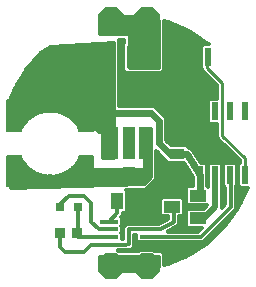
<source format=gtl>
G75*
%MOIN*%
%OFA0B0*%
%FSLAX25Y25*%
%IPPOS*%
%LPD*%
%AMOC8*
5,1,8,0,0,1.08239X$1,22.5*
%
%ADD10R,0.05118X0.03543*%
%ADD11R,0.02165X0.05906*%
%ADD12R,0.03937X0.05512*%
%ADD13R,0.02165X0.11024*%
%ADD14R,0.03937X0.11024*%
%ADD15OC8,0.08600*%
%ADD16C,0.00500*%
%ADD17C,0.00160*%
%ADD18R,0.05000X0.05000*%
%ADD19R,0.06299X0.07480*%
%ADD20R,0.03543X0.06299*%
%ADD21R,0.06299X0.01181*%
%ADD22R,0.03740X0.03740*%
%ADD23R,0.03150X0.03150*%
%ADD24R,0.05512X0.03937*%
%ADD25C,0.01000*%
%ADD26C,0.02400*%
%ADD27C,0.01200*%
%ADD28C,0.03762*%
%ADD29C,0.02778*%
%ADD30C,0.02000*%
D10*
X0140500Y0060510D03*
X0140500Y0067990D03*
D11*
X0148000Y0074880D03*
X0153000Y0074880D03*
X0158000Y0074880D03*
X0163000Y0074880D03*
X0150648Y0093000D03*
X0137852Y0093000D03*
X0148000Y0053620D03*
X0153000Y0053620D03*
X0158000Y0053620D03*
X0163000Y0053620D03*
D12*
X0127990Y0044919D03*
X0120510Y0044919D03*
X0124250Y0053581D03*
D13*
X0119821Y0064250D03*
X0128679Y0064250D03*
D14*
X0124250Y0064250D03*
D15*
X0118250Y0023250D03*
X0130250Y0023250D03*
X0130250Y0105250D03*
X0118250Y0105250D03*
D16*
X0083630Y0060116D02*
X0083630Y0049880D01*
X0112370Y0049880D01*
X0112370Y0060116D01*
X0107843Y0060116D01*
X0107521Y0058833D01*
X0106993Y0057621D01*
X0106273Y0056511D01*
X0105381Y0055534D01*
X0104341Y0054717D01*
X0103181Y0054082D01*
X0101932Y0053646D01*
X0100629Y0053420D01*
X0099306Y0053412D01*
X0098000Y0053620D01*
X0096701Y0053459D01*
X0095394Y0053503D01*
X0094109Y0053751D01*
X0092879Y0054197D01*
X0091733Y0054830D01*
X0090701Y0055634D01*
X0089808Y0056590D01*
X0089074Y0057674D01*
X0088520Y0058859D01*
X0088157Y0060116D01*
X0083630Y0060116D01*
X0083630Y0059629D02*
X0088298Y0059629D01*
X0088441Y0059131D02*
X0083630Y0059131D01*
X0083630Y0058632D02*
X0088626Y0058632D01*
X0088859Y0058134D02*
X0083630Y0058134D01*
X0083630Y0057635D02*
X0089100Y0057635D01*
X0089437Y0057137D02*
X0083630Y0057137D01*
X0083630Y0056638D02*
X0089775Y0056638D01*
X0090228Y0056140D02*
X0083630Y0056140D01*
X0083630Y0055641D02*
X0090694Y0055641D01*
X0091331Y0055143D02*
X0083630Y0055143D01*
X0083630Y0054644D02*
X0092069Y0054644D01*
X0093019Y0054146D02*
X0083630Y0054146D01*
X0083630Y0053647D02*
X0094645Y0053647D01*
X0101936Y0053647D02*
X0112370Y0053647D01*
X0112370Y0053149D02*
X0083630Y0053149D01*
X0083630Y0052650D02*
X0112370Y0052650D01*
X0112370Y0052152D02*
X0083630Y0052152D01*
X0083630Y0051653D02*
X0112370Y0051653D01*
X0112370Y0051155D02*
X0083630Y0051155D01*
X0083630Y0050656D02*
X0112370Y0050656D01*
X0112370Y0050158D02*
X0083630Y0050158D01*
X0103297Y0054146D02*
X0112370Y0054146D01*
X0112370Y0054644D02*
X0104207Y0054644D01*
X0104882Y0055143D02*
X0112370Y0055143D01*
X0112370Y0055641D02*
X0105478Y0055641D01*
X0105934Y0056140D02*
X0112370Y0056140D01*
X0112370Y0056638D02*
X0106356Y0056638D01*
X0106679Y0057137D02*
X0112370Y0057137D01*
X0112370Y0057635D02*
X0106999Y0057635D01*
X0107216Y0058134D02*
X0112370Y0058134D01*
X0112370Y0058632D02*
X0107433Y0058632D01*
X0107595Y0059131D02*
X0112370Y0059131D01*
X0112370Y0059629D02*
X0107720Y0059629D01*
X0107843Y0068384D02*
X0107480Y0069641D01*
X0106926Y0070826D01*
X0106192Y0071910D01*
X0105299Y0072866D01*
X0104267Y0073670D01*
X0103121Y0074303D01*
X0101891Y0074749D01*
X0100606Y0074997D01*
X0099299Y0075041D01*
X0098000Y0074880D01*
X0096694Y0075088D01*
X0095371Y0075080D01*
X0094068Y0074854D01*
X0092819Y0074418D01*
X0091659Y0073783D01*
X0090619Y0072966D01*
X0089727Y0071989D01*
X0089007Y0070879D01*
X0088479Y0069667D01*
X0088157Y0068384D01*
X0083630Y0068384D01*
X0083630Y0078620D01*
X0112370Y0078620D01*
X0112370Y0068384D01*
X0107843Y0068384D01*
X0107779Y0068603D02*
X0112370Y0068603D01*
X0112370Y0069101D02*
X0107636Y0069101D01*
X0107492Y0069600D02*
X0112370Y0069600D01*
X0112370Y0070098D02*
X0107266Y0070098D01*
X0107033Y0070597D02*
X0112370Y0070597D01*
X0112370Y0071095D02*
X0106744Y0071095D01*
X0106407Y0071594D02*
X0112370Y0071594D01*
X0112370Y0072092D02*
X0106022Y0072092D01*
X0105556Y0072591D02*
X0112370Y0072591D01*
X0112370Y0073089D02*
X0105012Y0073089D01*
X0104373Y0073588D02*
X0112370Y0073588D01*
X0112370Y0074086D02*
X0103514Y0074086D01*
X0102345Y0074585D02*
X0112370Y0074585D01*
X0112370Y0075083D02*
X0096726Y0075083D01*
X0095927Y0075083D02*
X0083630Y0075083D01*
X0083630Y0074585D02*
X0093297Y0074585D01*
X0092214Y0074086D02*
X0083630Y0074086D01*
X0083630Y0073588D02*
X0091411Y0073588D01*
X0090777Y0073089D02*
X0083630Y0073089D01*
X0083630Y0072591D02*
X0090277Y0072591D01*
X0089821Y0072092D02*
X0083630Y0072092D01*
X0083630Y0071594D02*
X0089471Y0071594D01*
X0089147Y0071095D02*
X0083630Y0071095D01*
X0083630Y0070597D02*
X0088884Y0070597D01*
X0088667Y0070098D02*
X0083630Y0070098D01*
X0083630Y0069600D02*
X0088463Y0069600D01*
X0088337Y0069101D02*
X0083630Y0069101D01*
X0083630Y0068603D02*
X0088212Y0068603D01*
X0083630Y0075582D02*
X0112370Y0075582D01*
X0112370Y0076080D02*
X0083630Y0076080D01*
X0083630Y0076579D02*
X0112370Y0076579D01*
X0112370Y0077077D02*
X0083630Y0077077D01*
X0083630Y0077576D02*
X0112370Y0077576D01*
X0112370Y0078074D02*
X0083630Y0078074D01*
X0083630Y0078573D02*
X0112370Y0078573D01*
D17*
X0086896Y0059607D02*
X0088223Y0060165D01*
X0088328Y0059927D01*
X0088440Y0059692D01*
X0088556Y0059460D01*
X0088679Y0059231D01*
X0088807Y0059005D01*
X0088941Y0058782D01*
X0089080Y0058562D01*
X0089224Y0058346D01*
X0089374Y0058133D01*
X0089528Y0057924D01*
X0089688Y0057719D01*
X0089853Y0057518D01*
X0090022Y0057321D01*
X0090196Y0057128D01*
X0090375Y0056940D01*
X0090559Y0056756D01*
X0090747Y0056576D01*
X0090939Y0056401D01*
X0091136Y0056231D01*
X0091336Y0056066D01*
X0091541Y0055905D01*
X0091749Y0055750D01*
X0091961Y0055600D01*
X0092177Y0055454D01*
X0092396Y0055315D01*
X0092618Y0055180D01*
X0092844Y0055052D01*
X0093073Y0054928D01*
X0093305Y0054810D01*
X0093539Y0054698D01*
X0093776Y0054592D01*
X0094016Y0054492D01*
X0094258Y0054397D01*
X0094503Y0054308D01*
X0094749Y0054226D01*
X0094997Y0054149D01*
X0095248Y0054079D01*
X0095499Y0054014D01*
X0095753Y0053956D01*
X0096007Y0053904D01*
X0096263Y0053858D01*
X0096520Y0053818D01*
X0096778Y0053785D01*
X0097037Y0053758D01*
X0097296Y0053737D01*
X0097555Y0053723D01*
X0097815Y0053715D01*
X0098075Y0053713D01*
X0098335Y0053718D01*
X0098594Y0053729D01*
X0098854Y0053746D01*
X0099113Y0053770D01*
X0099371Y0053800D01*
X0099628Y0053836D01*
X0099885Y0053878D01*
X0100140Y0053927D01*
X0100394Y0053982D01*
X0100647Y0054043D01*
X0100898Y0054110D01*
X0101147Y0054184D01*
X0101395Y0054263D01*
X0101640Y0054349D01*
X0101883Y0054440D01*
X0102125Y0054537D01*
X0102363Y0054640D01*
X0102599Y0054749D01*
X0102832Y0054864D01*
X0103063Y0054984D01*
X0103290Y0055110D01*
X0103514Y0055242D01*
X0103735Y0055378D01*
X0103953Y0055521D01*
X0104167Y0055668D01*
X0104377Y0055821D01*
X0104584Y0055978D01*
X0104787Y0056141D01*
X0104985Y0056309D01*
X0105180Y0056481D01*
X0105370Y0056658D01*
X0105556Y0056840D01*
X0105738Y0057026D01*
X0105914Y0057217D01*
X0106087Y0057411D01*
X0106254Y0057610D01*
X0106416Y0057813D01*
X0106574Y0058020D01*
X0106726Y0058231D01*
X0106873Y0058445D01*
X0107015Y0058663D01*
X0107151Y0058884D01*
X0107283Y0059108D01*
X0107408Y0059336D01*
X0107528Y0059567D01*
X0107642Y0059800D01*
X0107751Y0060036D01*
X0107854Y0060275D01*
X0109187Y0059732D01*
X0109071Y0059460D01*
X0108948Y0059192D01*
X0108818Y0058927D01*
X0108682Y0058665D01*
X0108540Y0058406D01*
X0108391Y0058151D01*
X0108236Y0057899D01*
X0108075Y0057652D01*
X0107908Y0057408D01*
X0107735Y0057169D01*
X0107557Y0056934D01*
X0107372Y0056703D01*
X0107182Y0056477D01*
X0106987Y0056256D01*
X0106786Y0056039D01*
X0106580Y0055828D01*
X0106369Y0055621D01*
X0106153Y0055420D01*
X0105932Y0055224D01*
X0105707Y0055033D01*
X0105477Y0054848D01*
X0105242Y0054669D01*
X0105003Y0054496D01*
X0104760Y0054328D01*
X0104513Y0054166D01*
X0104262Y0054011D01*
X0104007Y0053861D01*
X0103749Y0053718D01*
X0103487Y0053581D01*
X0103222Y0053451D01*
X0102954Y0053327D01*
X0102683Y0053210D01*
X0102409Y0053099D01*
X0102133Y0052995D01*
X0101854Y0052898D01*
X0101573Y0052808D01*
X0101290Y0052725D01*
X0101005Y0052648D01*
X0100718Y0052579D01*
X0100429Y0052516D01*
X0100139Y0052461D01*
X0099848Y0052413D01*
X0099555Y0052371D01*
X0099262Y0052337D01*
X0098968Y0052311D01*
X0098673Y0052291D01*
X0098378Y0052278D01*
X0098083Y0052273D01*
X0097788Y0052275D01*
X0097493Y0052284D01*
X0097198Y0052301D01*
X0096903Y0052324D01*
X0096610Y0052355D01*
X0096317Y0052393D01*
X0096025Y0052438D01*
X0095734Y0052490D01*
X0095445Y0052549D01*
X0095157Y0052615D01*
X0094871Y0052689D01*
X0094587Y0052769D01*
X0094305Y0052856D01*
X0094025Y0052950D01*
X0093748Y0053051D01*
X0093473Y0053158D01*
X0093200Y0053272D01*
X0092931Y0053393D01*
X0092664Y0053521D01*
X0092401Y0053654D01*
X0092141Y0053795D01*
X0091885Y0053941D01*
X0091632Y0054094D01*
X0091383Y0054253D01*
X0091138Y0054418D01*
X0090898Y0054588D01*
X0090661Y0054765D01*
X0090429Y0054947D01*
X0090201Y0055135D01*
X0089978Y0055329D01*
X0089760Y0055528D01*
X0089546Y0055732D01*
X0089338Y0055941D01*
X0089135Y0056155D01*
X0088937Y0056375D01*
X0088745Y0056599D01*
X0088558Y0056827D01*
X0088376Y0057060D01*
X0088201Y0057298D01*
X0088031Y0057539D01*
X0087867Y0057785D01*
X0087710Y0058035D01*
X0087558Y0058288D01*
X0087413Y0058545D01*
X0087274Y0058806D01*
X0087141Y0059069D01*
X0087015Y0059336D01*
X0086895Y0059606D01*
X0087035Y0059665D01*
X0087153Y0059398D01*
X0087277Y0059135D01*
X0087408Y0058874D01*
X0087546Y0058617D01*
X0087689Y0058363D01*
X0087839Y0058113D01*
X0087994Y0057866D01*
X0088156Y0057624D01*
X0088324Y0057385D01*
X0088497Y0057151D01*
X0088676Y0056921D01*
X0088861Y0056695D01*
X0089051Y0056474D01*
X0089246Y0056257D01*
X0089447Y0056046D01*
X0089652Y0055839D01*
X0089863Y0055638D01*
X0090079Y0055441D01*
X0090299Y0055250D01*
X0090524Y0055065D01*
X0090753Y0054885D01*
X0090987Y0054710D01*
X0091225Y0054542D01*
X0091467Y0054379D01*
X0091712Y0054222D01*
X0091962Y0054071D01*
X0092215Y0053926D01*
X0092472Y0053788D01*
X0092732Y0053656D01*
X0092995Y0053530D01*
X0093261Y0053411D01*
X0093530Y0053298D01*
X0093801Y0053192D01*
X0094075Y0053092D01*
X0094352Y0053000D01*
X0094630Y0052914D01*
X0094911Y0052834D01*
X0095193Y0052762D01*
X0095477Y0052697D01*
X0095763Y0052638D01*
X0096050Y0052587D01*
X0096338Y0052542D01*
X0096627Y0052505D01*
X0096917Y0052475D01*
X0097208Y0052451D01*
X0097499Y0052435D01*
X0097791Y0052426D01*
X0098082Y0052424D01*
X0098374Y0052429D01*
X0098665Y0052442D01*
X0098956Y0052461D01*
X0099246Y0052488D01*
X0099536Y0052521D01*
X0099825Y0052562D01*
X0100112Y0052610D01*
X0100399Y0052664D01*
X0100684Y0052726D01*
X0100967Y0052794D01*
X0101249Y0052870D01*
X0101528Y0052952D01*
X0101806Y0053041D01*
X0102081Y0053137D01*
X0102354Y0053240D01*
X0102625Y0053349D01*
X0102892Y0053465D01*
X0103157Y0053587D01*
X0103418Y0053716D01*
X0103677Y0053851D01*
X0103932Y0053992D01*
X0104183Y0054140D01*
X0104431Y0054293D01*
X0104675Y0054453D01*
X0104915Y0054618D01*
X0105151Y0054790D01*
X0105383Y0054967D01*
X0105610Y0055149D01*
X0105833Y0055338D01*
X0106051Y0055531D01*
X0106264Y0055730D01*
X0106473Y0055934D01*
X0106676Y0056143D01*
X0106874Y0056356D01*
X0107067Y0056575D01*
X0107255Y0056798D01*
X0107437Y0057026D01*
X0107613Y0057258D01*
X0107784Y0057495D01*
X0107949Y0057735D01*
X0108108Y0057979D01*
X0108261Y0058228D01*
X0108408Y0058480D01*
X0108548Y0058735D01*
X0108683Y0058994D01*
X0108811Y0059256D01*
X0108932Y0059521D01*
X0109048Y0059789D01*
X0108908Y0059846D01*
X0108794Y0059581D01*
X0108674Y0059319D01*
X0108548Y0059061D01*
X0108415Y0058805D01*
X0108276Y0058553D01*
X0108131Y0058305D01*
X0107980Y0058060D01*
X0107823Y0057818D01*
X0107660Y0057581D01*
X0107492Y0057347D01*
X0107317Y0057118D01*
X0107138Y0056893D01*
X0106952Y0056673D01*
X0106762Y0056457D01*
X0106566Y0056246D01*
X0106365Y0056040D01*
X0106160Y0055839D01*
X0105949Y0055642D01*
X0105734Y0055451D01*
X0105514Y0055266D01*
X0105289Y0055085D01*
X0105061Y0054911D01*
X0104828Y0054741D01*
X0104591Y0054578D01*
X0104350Y0054420D01*
X0104105Y0054269D01*
X0103857Y0054123D01*
X0103605Y0053984D01*
X0103350Y0053850D01*
X0103092Y0053723D01*
X0102830Y0053603D01*
X0102566Y0053488D01*
X0102299Y0053381D01*
X0102030Y0053279D01*
X0101758Y0053185D01*
X0101484Y0053097D01*
X0101208Y0053015D01*
X0100929Y0052941D01*
X0100650Y0052873D01*
X0100368Y0052812D01*
X0100086Y0052758D01*
X0099802Y0052711D01*
X0099517Y0052671D01*
X0099231Y0052638D01*
X0098944Y0052612D01*
X0098657Y0052592D01*
X0098369Y0052580D01*
X0098081Y0052575D01*
X0097793Y0052577D01*
X0097506Y0052586D01*
X0097218Y0052602D01*
X0096931Y0052625D01*
X0096645Y0052655D01*
X0096360Y0052692D01*
X0096075Y0052736D01*
X0095792Y0052786D01*
X0095510Y0052844D01*
X0095229Y0052909D01*
X0094950Y0052980D01*
X0094673Y0053058D01*
X0094398Y0053143D01*
X0094125Y0053235D01*
X0093855Y0053333D01*
X0093587Y0053438D01*
X0093321Y0053549D01*
X0093058Y0053667D01*
X0092799Y0053791D01*
X0092542Y0053922D01*
X0092289Y0054058D01*
X0092039Y0054201D01*
X0091792Y0054350D01*
X0091550Y0054505D01*
X0091311Y0054665D01*
X0091076Y0054832D01*
X0090845Y0055004D01*
X0090619Y0055182D01*
X0090397Y0055365D01*
X0090179Y0055554D01*
X0089967Y0055748D01*
X0089759Y0055947D01*
X0089556Y0056151D01*
X0089357Y0056359D01*
X0089165Y0056573D01*
X0088977Y0056791D01*
X0088795Y0057014D01*
X0088618Y0057241D01*
X0088447Y0057473D01*
X0088281Y0057708D01*
X0088122Y0057948D01*
X0087968Y0058191D01*
X0087820Y0058438D01*
X0087678Y0058689D01*
X0087543Y0058943D01*
X0087413Y0059200D01*
X0087290Y0059460D01*
X0087174Y0059723D01*
X0087313Y0059782D01*
X0087428Y0059522D01*
X0087550Y0059265D01*
X0087677Y0059011D01*
X0087811Y0058761D01*
X0087951Y0058513D01*
X0088097Y0058270D01*
X0088249Y0058029D01*
X0088406Y0057793D01*
X0088570Y0057560D01*
X0088739Y0057332D01*
X0088913Y0057108D01*
X0089093Y0056888D01*
X0089278Y0056672D01*
X0089469Y0056461D01*
X0089664Y0056255D01*
X0089865Y0056054D01*
X0090070Y0055858D01*
X0090280Y0055666D01*
X0090495Y0055480D01*
X0090714Y0055299D01*
X0090938Y0055124D01*
X0091165Y0054954D01*
X0091397Y0054789D01*
X0091633Y0054631D01*
X0091873Y0054478D01*
X0092116Y0054331D01*
X0092362Y0054190D01*
X0092613Y0054055D01*
X0092866Y0053926D01*
X0093122Y0053804D01*
X0093382Y0053688D01*
X0093644Y0053578D01*
X0093908Y0053474D01*
X0094175Y0053377D01*
X0094445Y0053287D01*
X0094716Y0053203D01*
X0094990Y0053126D01*
X0095265Y0053055D01*
X0095542Y0052992D01*
X0095820Y0052935D01*
X0096100Y0052885D01*
X0096381Y0052841D01*
X0096663Y0052805D01*
X0096945Y0052775D01*
X0097229Y0052753D01*
X0097512Y0052737D01*
X0097796Y0052728D01*
X0098080Y0052726D01*
X0098365Y0052731D01*
X0098648Y0052743D01*
X0098932Y0052762D01*
X0099215Y0052788D01*
X0099497Y0052821D01*
X0099779Y0052860D01*
X0100059Y0052907D01*
X0100338Y0052960D01*
X0100616Y0053020D01*
X0100892Y0053087D01*
X0101166Y0053161D01*
X0101439Y0053241D01*
X0101710Y0053328D01*
X0101978Y0053421D01*
X0102244Y0053521D01*
X0102507Y0053628D01*
X0102768Y0053740D01*
X0103026Y0053859D01*
X0103281Y0053985D01*
X0103533Y0054116D01*
X0103782Y0054254D01*
X0104027Y0054398D01*
X0104268Y0054548D01*
X0104506Y0054703D01*
X0104740Y0054864D01*
X0104970Y0055031D01*
X0105196Y0055204D01*
X0105417Y0055382D01*
X0105634Y0055565D01*
X0105847Y0055754D01*
X0106055Y0055947D01*
X0106258Y0056146D01*
X0106456Y0056350D01*
X0106650Y0056558D01*
X0106838Y0056771D01*
X0107020Y0056989D01*
X0107198Y0057210D01*
X0107370Y0057437D01*
X0107536Y0057667D01*
X0107697Y0057901D01*
X0107852Y0058140D01*
X0108001Y0058381D01*
X0108144Y0058627D01*
X0108281Y0058876D01*
X0108412Y0059128D01*
X0108537Y0059383D01*
X0108656Y0059641D01*
X0108768Y0059903D01*
X0108628Y0059960D01*
X0108517Y0059702D01*
X0108400Y0059447D01*
X0108277Y0059195D01*
X0108148Y0058946D01*
X0108012Y0058701D01*
X0107871Y0058458D01*
X0107724Y0058220D01*
X0107571Y0057985D01*
X0107412Y0057753D01*
X0107248Y0057526D01*
X0107078Y0057303D01*
X0106903Y0057084D01*
X0106723Y0056869D01*
X0106537Y0056659D01*
X0106346Y0056453D01*
X0106151Y0056252D01*
X0105950Y0056056D01*
X0105745Y0055865D01*
X0105535Y0055679D01*
X0105321Y0055498D01*
X0105102Y0055322D01*
X0104879Y0055152D01*
X0104652Y0054987D01*
X0104421Y0054828D01*
X0104187Y0054675D01*
X0103948Y0054527D01*
X0103706Y0054385D01*
X0103461Y0054249D01*
X0103212Y0054119D01*
X0102961Y0053996D01*
X0102706Y0053878D01*
X0102449Y0053767D01*
X0102189Y0053662D01*
X0101926Y0053563D01*
X0101661Y0053471D01*
X0101394Y0053385D01*
X0101125Y0053306D01*
X0100854Y0053233D01*
X0100582Y0053167D01*
X0100308Y0053108D01*
X0100032Y0053055D01*
X0099756Y0053010D01*
X0099478Y0052970D01*
X0099199Y0052938D01*
X0098920Y0052913D01*
X0098640Y0052894D01*
X0098360Y0052882D01*
X0098080Y0052877D01*
X0097799Y0052879D01*
X0097519Y0052888D01*
X0097239Y0052903D01*
X0096959Y0052926D01*
X0096680Y0052955D01*
X0096402Y0052991D01*
X0096125Y0053033D01*
X0095849Y0053083D01*
X0095574Y0053139D01*
X0095301Y0053202D01*
X0095029Y0053272D01*
X0094759Y0053348D01*
X0094491Y0053431D01*
X0094225Y0053520D01*
X0093962Y0053615D01*
X0093701Y0053718D01*
X0093442Y0053826D01*
X0093186Y0053941D01*
X0092933Y0054062D01*
X0092683Y0054189D01*
X0092436Y0054322D01*
X0092193Y0054461D01*
X0091953Y0054606D01*
X0091716Y0054757D01*
X0091483Y0054913D01*
X0091255Y0055076D01*
X0091030Y0055243D01*
X0090809Y0055416D01*
X0090593Y0055595D01*
X0090381Y0055779D01*
X0090174Y0055967D01*
X0089971Y0056161D01*
X0089773Y0056360D01*
X0089580Y0056563D01*
X0089392Y0056772D01*
X0089209Y0056984D01*
X0089032Y0057201D01*
X0088859Y0057423D01*
X0088693Y0057648D01*
X0088531Y0057878D01*
X0088376Y0058111D01*
X0088226Y0058348D01*
X0088082Y0058589D01*
X0087944Y0058833D01*
X0087812Y0059080D01*
X0087686Y0059331D01*
X0087566Y0059584D01*
X0087452Y0059841D01*
X0087591Y0059899D01*
X0087704Y0059646D01*
X0087822Y0059396D01*
X0087946Y0059149D01*
X0088077Y0058905D01*
X0088213Y0058664D01*
X0088355Y0058426D01*
X0088503Y0058192D01*
X0088657Y0057962D01*
X0088816Y0057736D01*
X0088980Y0057513D01*
X0089150Y0057295D01*
X0089326Y0057081D01*
X0089506Y0056871D01*
X0089691Y0056665D01*
X0089882Y0056465D01*
X0090077Y0056269D01*
X0090277Y0056077D01*
X0090482Y0055891D01*
X0090691Y0055710D01*
X0090904Y0055534D01*
X0091122Y0055363D01*
X0091344Y0055197D01*
X0091570Y0055037D01*
X0091799Y0054883D01*
X0092033Y0054734D01*
X0092270Y0054591D01*
X0092510Y0054454D01*
X0092753Y0054322D01*
X0093000Y0054197D01*
X0093250Y0054078D01*
X0093502Y0053964D01*
X0093758Y0053857D01*
X0094015Y0053757D01*
X0094275Y0053662D01*
X0094538Y0053574D01*
X0094802Y0053493D01*
X0095069Y0053417D01*
X0095337Y0053349D01*
X0095606Y0053287D01*
X0095878Y0053231D01*
X0096150Y0053182D01*
X0096423Y0053140D01*
X0096698Y0053105D01*
X0096973Y0053076D01*
X0097249Y0053054D01*
X0097525Y0053039D01*
X0097802Y0053030D01*
X0098079Y0053028D01*
X0098355Y0053033D01*
X0098632Y0053045D01*
X0098908Y0053063D01*
X0099184Y0053088D01*
X0099459Y0053120D01*
X0099733Y0053159D01*
X0100006Y0053204D01*
X0100277Y0053256D01*
X0100548Y0053314D01*
X0100817Y0053380D01*
X0101084Y0053451D01*
X0101350Y0053529D01*
X0101613Y0053614D01*
X0101875Y0053705D01*
X0102134Y0053802D01*
X0102390Y0053906D01*
X0102644Y0054016D01*
X0102895Y0054132D01*
X0103144Y0054254D01*
X0103389Y0054382D01*
X0103631Y0054516D01*
X0103870Y0054656D01*
X0104105Y0054802D01*
X0104337Y0054953D01*
X0104565Y0055110D01*
X0104789Y0055273D01*
X0105009Y0055441D01*
X0105224Y0055614D01*
X0105436Y0055793D01*
X0105643Y0055976D01*
X0105845Y0056165D01*
X0106043Y0056358D01*
X0106236Y0056557D01*
X0106425Y0056759D01*
X0106608Y0056967D01*
X0106786Y0057179D01*
X0106959Y0057395D01*
X0107126Y0057615D01*
X0107288Y0057840D01*
X0107445Y0058068D01*
X0107596Y0058300D01*
X0107741Y0058535D01*
X0107881Y0058774D01*
X0108014Y0059017D01*
X0108142Y0059262D01*
X0108263Y0059511D01*
X0108379Y0059762D01*
X0108488Y0060016D01*
X0108348Y0060073D01*
X0108240Y0059823D01*
X0108126Y0059575D01*
X0108006Y0059329D01*
X0107881Y0059087D01*
X0107749Y0058848D01*
X0107611Y0058612D01*
X0107468Y0058380D01*
X0107319Y0058151D01*
X0107164Y0057926D01*
X0107004Y0057704D01*
X0106839Y0057487D01*
X0106669Y0057274D01*
X0106493Y0057065D01*
X0106312Y0056860D01*
X0106126Y0056660D01*
X0105936Y0056464D01*
X0105741Y0056274D01*
X0105541Y0056088D01*
X0105337Y0055906D01*
X0105128Y0055730D01*
X0104915Y0055559D01*
X0104698Y0055394D01*
X0104477Y0055233D01*
X0104252Y0055078D01*
X0104024Y0054929D01*
X0103792Y0054785D01*
X0103556Y0054647D01*
X0103317Y0054515D01*
X0103075Y0054388D01*
X0102830Y0054268D01*
X0102582Y0054153D01*
X0102332Y0054045D01*
X0102078Y0053943D01*
X0101823Y0053847D01*
X0101565Y0053757D01*
X0101305Y0053674D01*
X0101043Y0053596D01*
X0100779Y0053526D01*
X0100514Y0053462D01*
X0100247Y0053404D01*
X0099979Y0053353D01*
X0099710Y0053308D01*
X0099439Y0053270D01*
X0099168Y0053239D01*
X0098896Y0053214D01*
X0098624Y0053196D01*
X0098351Y0053184D01*
X0098078Y0053179D01*
X0097805Y0053181D01*
X0097532Y0053189D01*
X0097259Y0053205D01*
X0096987Y0053226D01*
X0096716Y0053255D01*
X0096445Y0053290D01*
X0096175Y0053331D01*
X0095906Y0053379D01*
X0095639Y0053434D01*
X0095373Y0053495D01*
X0095108Y0053563D01*
X0094845Y0053637D01*
X0094584Y0053718D01*
X0094326Y0053805D01*
X0094069Y0053898D01*
X0093815Y0053997D01*
X0093563Y0054103D01*
X0093314Y0054214D01*
X0093067Y0054332D01*
X0092824Y0054456D01*
X0092584Y0054585D01*
X0092346Y0054721D01*
X0092113Y0054862D01*
X0091883Y0055009D01*
X0091656Y0055161D01*
X0091433Y0055319D01*
X0091214Y0055482D01*
X0091000Y0055651D01*
X0090789Y0055825D01*
X0090583Y0056003D01*
X0090381Y0056187D01*
X0090183Y0056376D01*
X0089991Y0056569D01*
X0089803Y0056768D01*
X0089620Y0056970D01*
X0089442Y0057177D01*
X0089269Y0057388D01*
X0089101Y0057604D01*
X0088939Y0057823D01*
X0088782Y0058047D01*
X0088630Y0058274D01*
X0088484Y0058505D01*
X0088344Y0058739D01*
X0088209Y0058977D01*
X0088081Y0059217D01*
X0087958Y0059461D01*
X0087841Y0059708D01*
X0087731Y0059958D01*
X0087870Y0060016D01*
X0087979Y0059770D01*
X0088094Y0059527D01*
X0088215Y0059286D01*
X0088342Y0059048D01*
X0088475Y0058814D01*
X0088613Y0058583D01*
X0088757Y0058355D01*
X0088907Y0058131D01*
X0089062Y0057911D01*
X0089222Y0057694D01*
X0089387Y0057482D01*
X0089558Y0057274D01*
X0089734Y0057069D01*
X0089914Y0056870D01*
X0090099Y0056674D01*
X0090290Y0056483D01*
X0090484Y0056297D01*
X0090683Y0056116D01*
X0090887Y0055940D01*
X0091095Y0055768D01*
X0091307Y0055602D01*
X0091523Y0055441D01*
X0091742Y0055285D01*
X0091966Y0055135D01*
X0092193Y0054990D01*
X0092423Y0054851D01*
X0092657Y0054717D01*
X0092894Y0054589D01*
X0093134Y0054467D01*
X0093377Y0054351D01*
X0093623Y0054241D01*
X0093872Y0054137D01*
X0094122Y0054039D01*
X0094376Y0053947D01*
X0094631Y0053861D01*
X0094888Y0053782D01*
X0095148Y0053709D01*
X0095408Y0053642D01*
X0095671Y0053582D01*
X0095935Y0053528D01*
X0096200Y0053480D01*
X0096466Y0053439D01*
X0096733Y0053405D01*
X0097001Y0053377D01*
X0097270Y0053355D01*
X0097538Y0053340D01*
X0097808Y0053332D01*
X0098077Y0053330D01*
X0098346Y0053335D01*
X0098615Y0053346D01*
X0098884Y0053364D01*
X0099152Y0053389D01*
X0099420Y0053420D01*
X0099687Y0053457D01*
X0099952Y0053501D01*
X0100217Y0053552D01*
X0100480Y0053609D01*
X0100742Y0053672D01*
X0101002Y0053742D01*
X0101260Y0053818D01*
X0101517Y0053900D01*
X0101771Y0053989D01*
X0102023Y0054083D01*
X0102273Y0054184D01*
X0102520Y0054291D01*
X0102765Y0054404D01*
X0103007Y0054523D01*
X0103245Y0054648D01*
X0103481Y0054778D01*
X0103713Y0054914D01*
X0103942Y0055056D01*
X0104168Y0055203D01*
X0104389Y0055356D01*
X0104607Y0055514D01*
X0104821Y0055678D01*
X0105031Y0055846D01*
X0105237Y0056020D01*
X0105439Y0056199D01*
X0105636Y0056382D01*
X0105829Y0056571D01*
X0106016Y0056764D01*
X0106200Y0056961D01*
X0106378Y0057163D01*
X0106551Y0057369D01*
X0106720Y0057579D01*
X0106883Y0057794D01*
X0107040Y0058012D01*
X0107193Y0058234D01*
X0107340Y0058460D01*
X0107481Y0058689D01*
X0107617Y0058922D01*
X0107747Y0059157D01*
X0107871Y0059396D01*
X0107990Y0059638D01*
X0108102Y0059883D01*
X0108209Y0060130D01*
X0108069Y0060187D01*
X0107964Y0059943D01*
X0107853Y0059702D01*
X0107736Y0059464D01*
X0107613Y0059228D01*
X0107485Y0058995D01*
X0107351Y0058766D01*
X0107212Y0058540D01*
X0107067Y0058317D01*
X0106916Y0058098D01*
X0106761Y0057883D01*
X0106600Y0057672D01*
X0106434Y0057464D01*
X0106263Y0057261D01*
X0106087Y0057062D01*
X0105907Y0056867D01*
X0105721Y0056677D01*
X0105531Y0056491D01*
X0105337Y0056310D01*
X0105138Y0056134D01*
X0104935Y0055963D01*
X0104728Y0055796D01*
X0104517Y0055635D01*
X0104302Y0055479D01*
X0104083Y0055328D01*
X0103861Y0055183D01*
X0103635Y0055043D01*
X0103406Y0054909D01*
X0103173Y0054780D01*
X0102938Y0054657D01*
X0102699Y0054540D01*
X0102458Y0054429D01*
X0102215Y0054323D01*
X0101968Y0054224D01*
X0101720Y0054131D01*
X0101469Y0054043D01*
X0101216Y0053962D01*
X0100961Y0053887D01*
X0100704Y0053818D01*
X0100446Y0053756D01*
X0100187Y0053700D01*
X0099926Y0053650D01*
X0099664Y0053607D01*
X0099401Y0053570D01*
X0099137Y0053539D01*
X0098872Y0053515D01*
X0098607Y0053497D01*
X0098342Y0053486D01*
X0098076Y0053481D01*
X0097811Y0053483D01*
X0097545Y0053491D01*
X0097280Y0053506D01*
X0097015Y0053527D01*
X0096751Y0053555D01*
X0096487Y0053589D01*
X0096225Y0053629D01*
X0095963Y0053676D01*
X0095703Y0053729D01*
X0095444Y0053789D01*
X0095187Y0053855D01*
X0094931Y0053927D01*
X0094678Y0054005D01*
X0094426Y0054090D01*
X0094176Y0054180D01*
X0093929Y0054277D01*
X0093684Y0054380D01*
X0093441Y0054488D01*
X0093202Y0054603D01*
X0092965Y0054723D01*
X0092731Y0054849D01*
X0092500Y0054981D01*
X0092273Y0055118D01*
X0092049Y0055261D01*
X0091829Y0055409D01*
X0091612Y0055563D01*
X0091399Y0055721D01*
X0091190Y0055885D01*
X0090985Y0056054D01*
X0090784Y0056228D01*
X0090588Y0056407D01*
X0090396Y0056591D01*
X0090208Y0056779D01*
X0090025Y0056972D01*
X0089847Y0057169D01*
X0089674Y0057370D01*
X0089506Y0057576D01*
X0089343Y0057785D01*
X0089185Y0057999D01*
X0089032Y0058216D01*
X0088884Y0058437D01*
X0088742Y0058661D01*
X0088606Y0058889D01*
X0088475Y0059120D01*
X0088350Y0059355D01*
X0088230Y0059592D01*
X0088117Y0059832D01*
X0088009Y0060075D01*
X0088148Y0060133D01*
X0088254Y0059894D01*
X0088366Y0059657D01*
X0088484Y0059423D01*
X0088608Y0059192D01*
X0088737Y0058964D01*
X0088871Y0058740D01*
X0089012Y0058518D01*
X0089157Y0058300D01*
X0089308Y0058086D01*
X0089463Y0057876D01*
X0089624Y0057669D01*
X0089790Y0057466D01*
X0089961Y0057268D01*
X0090137Y0057074D01*
X0090317Y0056884D01*
X0090502Y0056698D01*
X0090691Y0056517D01*
X0090885Y0056341D01*
X0091083Y0056169D01*
X0091285Y0056003D01*
X0091491Y0055841D01*
X0091701Y0055684D01*
X0091915Y0055533D01*
X0092132Y0055387D01*
X0092353Y0055246D01*
X0092577Y0055111D01*
X0092805Y0054981D01*
X0093035Y0054857D01*
X0093269Y0054738D01*
X0093505Y0054625D01*
X0093744Y0054518D01*
X0093986Y0054417D01*
X0094230Y0054321D01*
X0094476Y0054232D01*
X0094724Y0054149D01*
X0094974Y0054071D01*
X0095226Y0054000D01*
X0095480Y0053935D01*
X0095735Y0053877D01*
X0095992Y0053824D01*
X0096250Y0053778D01*
X0096509Y0053738D01*
X0096769Y0053705D01*
X0097029Y0053677D01*
X0097290Y0053656D01*
X0097552Y0053642D01*
X0097813Y0053634D01*
X0098075Y0053632D01*
X0098337Y0053637D01*
X0098599Y0053648D01*
X0098860Y0053665D01*
X0099121Y0053689D01*
X0099381Y0053719D01*
X0099641Y0053756D01*
X0099899Y0053799D01*
X0100156Y0053848D01*
X0100412Y0053903D01*
X0100667Y0053965D01*
X0100920Y0054032D01*
X0101171Y0054106D01*
X0101421Y0054186D01*
X0101668Y0054272D01*
X0101913Y0054365D01*
X0102156Y0054463D01*
X0102396Y0054567D01*
X0102634Y0054676D01*
X0102869Y0054792D01*
X0103101Y0054913D01*
X0103331Y0055040D01*
X0103556Y0055172D01*
X0103779Y0055310D01*
X0103998Y0055454D01*
X0104214Y0055602D01*
X0104426Y0055756D01*
X0104634Y0055915D01*
X0104839Y0056079D01*
X0105039Y0056248D01*
X0105235Y0056421D01*
X0105426Y0056600D01*
X0105614Y0056783D01*
X0105797Y0056971D01*
X0105975Y0057163D01*
X0106148Y0057359D01*
X0106317Y0057559D01*
X0106480Y0057764D01*
X0106639Y0057972D01*
X0106792Y0058184D01*
X0106941Y0058400D01*
X0107084Y0058620D01*
X0107221Y0058843D01*
X0107353Y0059069D01*
X0107480Y0059298D01*
X0107601Y0059531D01*
X0107716Y0059766D01*
X0107825Y0060004D01*
X0107929Y0060244D01*
X0109104Y0068893D02*
X0107777Y0068335D01*
X0107672Y0068573D01*
X0107560Y0068808D01*
X0107444Y0069040D01*
X0107321Y0069269D01*
X0107193Y0069495D01*
X0107059Y0069718D01*
X0106920Y0069938D01*
X0106776Y0070154D01*
X0106626Y0070367D01*
X0106472Y0070576D01*
X0106312Y0070781D01*
X0106147Y0070982D01*
X0105978Y0071179D01*
X0105804Y0071372D01*
X0105625Y0071560D01*
X0105441Y0071744D01*
X0105253Y0071924D01*
X0105061Y0072099D01*
X0104864Y0072269D01*
X0104664Y0072434D01*
X0104459Y0072595D01*
X0104251Y0072750D01*
X0104039Y0072900D01*
X0103823Y0073046D01*
X0103604Y0073185D01*
X0103382Y0073320D01*
X0103156Y0073448D01*
X0102927Y0073572D01*
X0102695Y0073690D01*
X0102461Y0073802D01*
X0102224Y0073908D01*
X0101984Y0074008D01*
X0101742Y0074103D01*
X0101497Y0074192D01*
X0101251Y0074274D01*
X0101003Y0074351D01*
X0100752Y0074421D01*
X0100501Y0074486D01*
X0100247Y0074544D01*
X0099993Y0074596D01*
X0099737Y0074642D01*
X0099480Y0074682D01*
X0099222Y0074715D01*
X0098963Y0074742D01*
X0098704Y0074763D01*
X0098445Y0074777D01*
X0098185Y0074785D01*
X0097925Y0074787D01*
X0097665Y0074782D01*
X0097406Y0074771D01*
X0097146Y0074754D01*
X0096887Y0074730D01*
X0096629Y0074700D01*
X0096372Y0074664D01*
X0096115Y0074622D01*
X0095860Y0074573D01*
X0095606Y0074518D01*
X0095353Y0074457D01*
X0095102Y0074390D01*
X0094853Y0074316D01*
X0094605Y0074237D01*
X0094360Y0074151D01*
X0094117Y0074060D01*
X0093875Y0073963D01*
X0093637Y0073860D01*
X0093401Y0073751D01*
X0093168Y0073636D01*
X0092937Y0073516D01*
X0092710Y0073390D01*
X0092486Y0073258D01*
X0092265Y0073122D01*
X0092047Y0072979D01*
X0091833Y0072832D01*
X0091623Y0072679D01*
X0091416Y0072522D01*
X0091213Y0072359D01*
X0091015Y0072191D01*
X0090820Y0072019D01*
X0090630Y0071842D01*
X0090444Y0071660D01*
X0090262Y0071474D01*
X0090086Y0071283D01*
X0089913Y0071089D01*
X0089746Y0070890D01*
X0089584Y0070687D01*
X0089426Y0070480D01*
X0089274Y0070269D01*
X0089127Y0070055D01*
X0088985Y0069837D01*
X0088849Y0069616D01*
X0088717Y0069392D01*
X0088592Y0069164D01*
X0088472Y0068933D01*
X0088358Y0068700D01*
X0088249Y0068464D01*
X0088146Y0068225D01*
X0086813Y0068768D01*
X0086929Y0069040D01*
X0087052Y0069308D01*
X0087182Y0069573D01*
X0087318Y0069835D01*
X0087460Y0070094D01*
X0087609Y0070349D01*
X0087764Y0070601D01*
X0087925Y0070848D01*
X0088092Y0071092D01*
X0088265Y0071331D01*
X0088443Y0071566D01*
X0088628Y0071797D01*
X0088818Y0072023D01*
X0089013Y0072244D01*
X0089214Y0072461D01*
X0089420Y0072672D01*
X0089631Y0072879D01*
X0089847Y0073080D01*
X0090068Y0073276D01*
X0090293Y0073467D01*
X0090523Y0073652D01*
X0090758Y0073831D01*
X0090997Y0074004D01*
X0091240Y0074172D01*
X0091487Y0074334D01*
X0091738Y0074489D01*
X0091993Y0074639D01*
X0092251Y0074782D01*
X0092513Y0074919D01*
X0092778Y0075049D01*
X0093046Y0075173D01*
X0093317Y0075290D01*
X0093591Y0075401D01*
X0093867Y0075505D01*
X0094146Y0075602D01*
X0094427Y0075692D01*
X0094710Y0075775D01*
X0094995Y0075852D01*
X0095282Y0075921D01*
X0095571Y0075984D01*
X0095861Y0076039D01*
X0096152Y0076087D01*
X0096445Y0076129D01*
X0096738Y0076163D01*
X0097032Y0076189D01*
X0097327Y0076209D01*
X0097622Y0076222D01*
X0097917Y0076227D01*
X0098212Y0076225D01*
X0098507Y0076216D01*
X0098802Y0076199D01*
X0099097Y0076176D01*
X0099390Y0076145D01*
X0099683Y0076107D01*
X0099975Y0076062D01*
X0100266Y0076010D01*
X0100555Y0075951D01*
X0100843Y0075885D01*
X0101129Y0075811D01*
X0101413Y0075731D01*
X0101695Y0075644D01*
X0101975Y0075550D01*
X0102252Y0075449D01*
X0102527Y0075342D01*
X0102800Y0075228D01*
X0103069Y0075107D01*
X0103336Y0074979D01*
X0103599Y0074846D01*
X0103859Y0074705D01*
X0104115Y0074559D01*
X0104368Y0074406D01*
X0104617Y0074247D01*
X0104862Y0074082D01*
X0105102Y0073912D01*
X0105339Y0073735D01*
X0105571Y0073553D01*
X0105799Y0073365D01*
X0106022Y0073171D01*
X0106240Y0072972D01*
X0106454Y0072768D01*
X0106662Y0072559D01*
X0106865Y0072345D01*
X0107063Y0072125D01*
X0107255Y0071901D01*
X0107442Y0071673D01*
X0107624Y0071440D01*
X0107799Y0071202D01*
X0107969Y0070961D01*
X0108133Y0070715D01*
X0108290Y0070465D01*
X0108442Y0070212D01*
X0108587Y0069955D01*
X0108726Y0069694D01*
X0108859Y0069431D01*
X0108985Y0069164D01*
X0109105Y0068894D01*
X0108965Y0068835D01*
X0108847Y0069102D01*
X0108723Y0069365D01*
X0108592Y0069626D01*
X0108454Y0069883D01*
X0108311Y0070137D01*
X0108161Y0070387D01*
X0108006Y0070634D01*
X0107844Y0070876D01*
X0107676Y0071115D01*
X0107503Y0071349D01*
X0107324Y0071579D01*
X0107139Y0071805D01*
X0106949Y0072026D01*
X0106754Y0072243D01*
X0106553Y0072454D01*
X0106348Y0072661D01*
X0106137Y0072862D01*
X0105921Y0073059D01*
X0105701Y0073250D01*
X0105476Y0073435D01*
X0105247Y0073615D01*
X0105013Y0073790D01*
X0104775Y0073958D01*
X0104533Y0074121D01*
X0104288Y0074278D01*
X0104038Y0074429D01*
X0103785Y0074574D01*
X0103528Y0074712D01*
X0103268Y0074844D01*
X0103005Y0074970D01*
X0102739Y0075089D01*
X0102470Y0075202D01*
X0102199Y0075308D01*
X0101925Y0075408D01*
X0101648Y0075500D01*
X0101370Y0075586D01*
X0101089Y0075666D01*
X0100807Y0075738D01*
X0100523Y0075803D01*
X0100237Y0075862D01*
X0099950Y0075913D01*
X0099662Y0075958D01*
X0099373Y0075995D01*
X0099083Y0076025D01*
X0098792Y0076049D01*
X0098501Y0076065D01*
X0098209Y0076074D01*
X0097918Y0076076D01*
X0097626Y0076071D01*
X0097335Y0076058D01*
X0097044Y0076039D01*
X0096754Y0076012D01*
X0096464Y0075979D01*
X0096175Y0075938D01*
X0095888Y0075890D01*
X0095601Y0075836D01*
X0095316Y0075774D01*
X0095033Y0075706D01*
X0094751Y0075630D01*
X0094472Y0075548D01*
X0094194Y0075459D01*
X0093919Y0075363D01*
X0093646Y0075260D01*
X0093375Y0075151D01*
X0093108Y0075035D01*
X0092843Y0074913D01*
X0092582Y0074784D01*
X0092323Y0074649D01*
X0092068Y0074508D01*
X0091817Y0074360D01*
X0091569Y0074207D01*
X0091325Y0074047D01*
X0091085Y0073882D01*
X0090849Y0073710D01*
X0090617Y0073533D01*
X0090390Y0073351D01*
X0090167Y0073162D01*
X0089949Y0072969D01*
X0089736Y0072770D01*
X0089527Y0072566D01*
X0089324Y0072357D01*
X0089126Y0072144D01*
X0088933Y0071925D01*
X0088745Y0071702D01*
X0088563Y0071474D01*
X0088387Y0071242D01*
X0088216Y0071005D01*
X0088051Y0070765D01*
X0087892Y0070521D01*
X0087739Y0070272D01*
X0087592Y0070020D01*
X0087452Y0069765D01*
X0087317Y0069506D01*
X0087189Y0069244D01*
X0087068Y0068979D01*
X0086952Y0068711D01*
X0087092Y0068654D01*
X0087206Y0068919D01*
X0087326Y0069181D01*
X0087452Y0069439D01*
X0087585Y0069695D01*
X0087724Y0069947D01*
X0087869Y0070195D01*
X0088020Y0070440D01*
X0088177Y0070682D01*
X0088340Y0070919D01*
X0088508Y0071153D01*
X0088683Y0071382D01*
X0088862Y0071607D01*
X0089048Y0071827D01*
X0089238Y0072043D01*
X0089434Y0072254D01*
X0089635Y0072460D01*
X0089840Y0072661D01*
X0090051Y0072858D01*
X0090266Y0073049D01*
X0090486Y0073234D01*
X0090711Y0073415D01*
X0090939Y0073589D01*
X0091172Y0073759D01*
X0091409Y0073922D01*
X0091650Y0074080D01*
X0091895Y0074231D01*
X0092143Y0074377D01*
X0092395Y0074516D01*
X0092650Y0074650D01*
X0092908Y0074777D01*
X0093170Y0074897D01*
X0093434Y0075012D01*
X0093701Y0075119D01*
X0093970Y0075221D01*
X0094242Y0075315D01*
X0094516Y0075403D01*
X0094792Y0075485D01*
X0095071Y0075559D01*
X0095350Y0075627D01*
X0095632Y0075688D01*
X0095914Y0075742D01*
X0096198Y0075789D01*
X0096483Y0075829D01*
X0096769Y0075862D01*
X0097056Y0075888D01*
X0097343Y0075908D01*
X0097631Y0075920D01*
X0097919Y0075925D01*
X0098207Y0075923D01*
X0098494Y0075914D01*
X0098782Y0075898D01*
X0099069Y0075875D01*
X0099355Y0075845D01*
X0099640Y0075808D01*
X0099925Y0075764D01*
X0100208Y0075714D01*
X0100490Y0075656D01*
X0100771Y0075591D01*
X0101050Y0075520D01*
X0101327Y0075442D01*
X0101602Y0075357D01*
X0101875Y0075265D01*
X0102145Y0075167D01*
X0102413Y0075062D01*
X0102679Y0074951D01*
X0102942Y0074833D01*
X0103201Y0074709D01*
X0103458Y0074578D01*
X0103711Y0074442D01*
X0103961Y0074299D01*
X0104208Y0074150D01*
X0104450Y0073995D01*
X0104689Y0073835D01*
X0104924Y0073668D01*
X0105155Y0073496D01*
X0105381Y0073318D01*
X0105603Y0073135D01*
X0105821Y0072946D01*
X0106033Y0072752D01*
X0106241Y0072553D01*
X0106444Y0072349D01*
X0106643Y0072141D01*
X0106835Y0071927D01*
X0107023Y0071709D01*
X0107205Y0071486D01*
X0107382Y0071259D01*
X0107553Y0071027D01*
X0107719Y0070792D01*
X0107878Y0070552D01*
X0108032Y0070309D01*
X0108180Y0070062D01*
X0108322Y0069811D01*
X0108457Y0069557D01*
X0108587Y0069300D01*
X0108710Y0069040D01*
X0108826Y0068777D01*
X0108687Y0068718D01*
X0108572Y0068978D01*
X0108450Y0069235D01*
X0108323Y0069489D01*
X0108189Y0069739D01*
X0108049Y0069987D01*
X0107903Y0070230D01*
X0107751Y0070471D01*
X0107594Y0070707D01*
X0107430Y0070940D01*
X0107261Y0071168D01*
X0107087Y0071392D01*
X0106907Y0071612D01*
X0106722Y0071828D01*
X0106531Y0072039D01*
X0106336Y0072245D01*
X0106135Y0072446D01*
X0105930Y0072642D01*
X0105720Y0072834D01*
X0105505Y0073020D01*
X0105286Y0073201D01*
X0105062Y0073376D01*
X0104835Y0073546D01*
X0104603Y0073711D01*
X0104367Y0073869D01*
X0104127Y0074022D01*
X0103884Y0074169D01*
X0103638Y0074310D01*
X0103387Y0074445D01*
X0103134Y0074574D01*
X0102878Y0074696D01*
X0102618Y0074812D01*
X0102356Y0074922D01*
X0102092Y0075026D01*
X0101825Y0075123D01*
X0101555Y0075213D01*
X0101284Y0075297D01*
X0101010Y0075374D01*
X0100735Y0075445D01*
X0100458Y0075508D01*
X0100180Y0075565D01*
X0099900Y0075615D01*
X0099619Y0075659D01*
X0099337Y0075695D01*
X0099055Y0075725D01*
X0098771Y0075747D01*
X0098488Y0075763D01*
X0098204Y0075772D01*
X0097920Y0075774D01*
X0097635Y0075769D01*
X0097352Y0075757D01*
X0097068Y0075738D01*
X0096785Y0075712D01*
X0096503Y0075679D01*
X0096221Y0075640D01*
X0095941Y0075593D01*
X0095662Y0075540D01*
X0095384Y0075480D01*
X0095108Y0075413D01*
X0094834Y0075339D01*
X0094561Y0075259D01*
X0094290Y0075172D01*
X0094022Y0075079D01*
X0093756Y0074979D01*
X0093493Y0074872D01*
X0093232Y0074760D01*
X0092974Y0074641D01*
X0092719Y0074515D01*
X0092467Y0074384D01*
X0092218Y0074246D01*
X0091973Y0074102D01*
X0091732Y0073952D01*
X0091494Y0073797D01*
X0091260Y0073636D01*
X0091030Y0073469D01*
X0090804Y0073296D01*
X0090583Y0073118D01*
X0090366Y0072935D01*
X0090153Y0072746D01*
X0089945Y0072553D01*
X0089742Y0072354D01*
X0089544Y0072150D01*
X0089350Y0071942D01*
X0089162Y0071729D01*
X0088980Y0071511D01*
X0088802Y0071290D01*
X0088630Y0071063D01*
X0088464Y0070833D01*
X0088303Y0070599D01*
X0088148Y0070360D01*
X0087999Y0070119D01*
X0087856Y0069873D01*
X0087719Y0069624D01*
X0087588Y0069372D01*
X0087463Y0069117D01*
X0087344Y0068859D01*
X0087232Y0068597D01*
X0087372Y0068540D01*
X0087483Y0068798D01*
X0087600Y0069053D01*
X0087723Y0069305D01*
X0087852Y0069554D01*
X0087988Y0069799D01*
X0088129Y0070042D01*
X0088276Y0070280D01*
X0088429Y0070515D01*
X0088588Y0070747D01*
X0088752Y0070974D01*
X0088922Y0071197D01*
X0089097Y0071416D01*
X0089277Y0071631D01*
X0089463Y0071841D01*
X0089654Y0072047D01*
X0089849Y0072248D01*
X0090050Y0072444D01*
X0090255Y0072635D01*
X0090465Y0072821D01*
X0090679Y0073002D01*
X0090898Y0073178D01*
X0091121Y0073348D01*
X0091348Y0073513D01*
X0091579Y0073672D01*
X0091813Y0073825D01*
X0092052Y0073973D01*
X0092294Y0074115D01*
X0092539Y0074251D01*
X0092788Y0074381D01*
X0093039Y0074504D01*
X0093294Y0074622D01*
X0093551Y0074733D01*
X0093811Y0074838D01*
X0094074Y0074937D01*
X0094339Y0075029D01*
X0094606Y0075115D01*
X0094875Y0075194D01*
X0095146Y0075267D01*
X0095418Y0075333D01*
X0095692Y0075392D01*
X0095968Y0075445D01*
X0096244Y0075490D01*
X0096522Y0075530D01*
X0096801Y0075562D01*
X0097080Y0075587D01*
X0097360Y0075606D01*
X0097640Y0075618D01*
X0097920Y0075623D01*
X0098201Y0075621D01*
X0098481Y0075612D01*
X0098761Y0075597D01*
X0099041Y0075574D01*
X0099320Y0075545D01*
X0099598Y0075509D01*
X0099875Y0075467D01*
X0100151Y0075417D01*
X0100426Y0075361D01*
X0100699Y0075298D01*
X0100971Y0075228D01*
X0101241Y0075152D01*
X0101509Y0075069D01*
X0101775Y0074980D01*
X0102038Y0074885D01*
X0102299Y0074782D01*
X0102558Y0074674D01*
X0102814Y0074559D01*
X0103067Y0074438D01*
X0103317Y0074311D01*
X0103564Y0074178D01*
X0103807Y0074039D01*
X0104047Y0073894D01*
X0104284Y0073743D01*
X0104517Y0073587D01*
X0104745Y0073424D01*
X0104970Y0073257D01*
X0105191Y0073084D01*
X0105407Y0072905D01*
X0105619Y0072721D01*
X0105826Y0072533D01*
X0106029Y0072339D01*
X0106227Y0072140D01*
X0106420Y0071937D01*
X0106608Y0071728D01*
X0106791Y0071516D01*
X0106968Y0071299D01*
X0107141Y0071077D01*
X0107307Y0070852D01*
X0107469Y0070622D01*
X0107624Y0070389D01*
X0107774Y0070152D01*
X0107918Y0069911D01*
X0108056Y0069667D01*
X0108188Y0069420D01*
X0108314Y0069169D01*
X0108434Y0068916D01*
X0108548Y0068659D01*
X0108409Y0068601D01*
X0108296Y0068854D01*
X0108178Y0069104D01*
X0108054Y0069351D01*
X0107923Y0069595D01*
X0107787Y0069836D01*
X0107645Y0070074D01*
X0107497Y0070308D01*
X0107343Y0070538D01*
X0107184Y0070764D01*
X0107020Y0070987D01*
X0106850Y0071205D01*
X0106674Y0071419D01*
X0106494Y0071629D01*
X0106309Y0071835D01*
X0106118Y0072035D01*
X0105923Y0072231D01*
X0105723Y0072423D01*
X0105518Y0072609D01*
X0105309Y0072790D01*
X0105096Y0072966D01*
X0104878Y0073137D01*
X0104656Y0073303D01*
X0104430Y0073463D01*
X0104201Y0073617D01*
X0103967Y0073766D01*
X0103730Y0073909D01*
X0103490Y0074046D01*
X0103247Y0074178D01*
X0103000Y0074303D01*
X0102750Y0074422D01*
X0102498Y0074536D01*
X0102242Y0074643D01*
X0101985Y0074743D01*
X0101725Y0074838D01*
X0101462Y0074926D01*
X0101198Y0075007D01*
X0100931Y0075083D01*
X0100663Y0075151D01*
X0100394Y0075213D01*
X0100122Y0075269D01*
X0099850Y0075318D01*
X0099577Y0075360D01*
X0099302Y0075395D01*
X0099027Y0075424D01*
X0098751Y0075446D01*
X0098475Y0075461D01*
X0098198Y0075470D01*
X0097921Y0075472D01*
X0097645Y0075467D01*
X0097368Y0075455D01*
X0097092Y0075437D01*
X0096816Y0075412D01*
X0096541Y0075380D01*
X0096267Y0075341D01*
X0095994Y0075296D01*
X0095723Y0075244D01*
X0095452Y0075186D01*
X0095183Y0075120D01*
X0094916Y0075049D01*
X0094650Y0074971D01*
X0094387Y0074886D01*
X0094125Y0074795D01*
X0093866Y0074698D01*
X0093610Y0074594D01*
X0093356Y0074484D01*
X0093105Y0074368D01*
X0092856Y0074246D01*
X0092611Y0074118D01*
X0092369Y0073984D01*
X0092130Y0073844D01*
X0091895Y0073698D01*
X0091663Y0073547D01*
X0091435Y0073390D01*
X0091211Y0073227D01*
X0090991Y0073059D01*
X0090776Y0072886D01*
X0090564Y0072707D01*
X0090357Y0072524D01*
X0090155Y0072335D01*
X0089957Y0072142D01*
X0089764Y0071943D01*
X0089575Y0071741D01*
X0089392Y0071533D01*
X0089214Y0071321D01*
X0089041Y0071105D01*
X0088874Y0070885D01*
X0088712Y0070660D01*
X0088555Y0070432D01*
X0088404Y0070200D01*
X0088259Y0069965D01*
X0088119Y0069726D01*
X0087986Y0069483D01*
X0087858Y0069238D01*
X0087737Y0068989D01*
X0087621Y0068738D01*
X0087512Y0068484D01*
X0087652Y0068427D01*
X0087760Y0068677D01*
X0087874Y0068925D01*
X0087994Y0069171D01*
X0088119Y0069413D01*
X0088251Y0069652D01*
X0088389Y0069888D01*
X0088532Y0070120D01*
X0088681Y0070349D01*
X0088836Y0070574D01*
X0088996Y0070796D01*
X0089161Y0071013D01*
X0089331Y0071226D01*
X0089507Y0071435D01*
X0089688Y0071640D01*
X0089874Y0071840D01*
X0090064Y0072036D01*
X0090259Y0072226D01*
X0090459Y0072412D01*
X0090663Y0072594D01*
X0090872Y0072770D01*
X0091085Y0072941D01*
X0091302Y0073106D01*
X0091523Y0073267D01*
X0091748Y0073422D01*
X0091976Y0073571D01*
X0092208Y0073715D01*
X0092444Y0073853D01*
X0092683Y0073985D01*
X0092925Y0074112D01*
X0093170Y0074232D01*
X0093418Y0074347D01*
X0093668Y0074455D01*
X0093922Y0074557D01*
X0094177Y0074653D01*
X0094435Y0074743D01*
X0094695Y0074826D01*
X0094957Y0074904D01*
X0095221Y0074974D01*
X0095486Y0075038D01*
X0095753Y0075096D01*
X0096021Y0075147D01*
X0096290Y0075192D01*
X0096561Y0075230D01*
X0096832Y0075261D01*
X0097104Y0075286D01*
X0097376Y0075304D01*
X0097649Y0075316D01*
X0097922Y0075321D01*
X0098195Y0075319D01*
X0098468Y0075311D01*
X0098741Y0075295D01*
X0099013Y0075274D01*
X0099284Y0075245D01*
X0099555Y0075210D01*
X0099825Y0075169D01*
X0100094Y0075121D01*
X0100361Y0075066D01*
X0100627Y0075005D01*
X0100892Y0074937D01*
X0101155Y0074863D01*
X0101416Y0074782D01*
X0101674Y0074695D01*
X0101931Y0074602D01*
X0102185Y0074503D01*
X0102437Y0074397D01*
X0102686Y0074286D01*
X0102933Y0074168D01*
X0103176Y0074044D01*
X0103416Y0073915D01*
X0103654Y0073779D01*
X0103887Y0073638D01*
X0104117Y0073491D01*
X0104344Y0073339D01*
X0104567Y0073181D01*
X0104786Y0073018D01*
X0105000Y0072849D01*
X0105211Y0072675D01*
X0105417Y0072497D01*
X0105619Y0072313D01*
X0105817Y0072124D01*
X0106009Y0071931D01*
X0106197Y0071732D01*
X0106380Y0071530D01*
X0106558Y0071323D01*
X0106731Y0071112D01*
X0106899Y0070896D01*
X0107061Y0070677D01*
X0107218Y0070453D01*
X0107370Y0070226D01*
X0107516Y0069995D01*
X0107656Y0069761D01*
X0107791Y0069523D01*
X0107919Y0069283D01*
X0108042Y0069039D01*
X0108159Y0068792D01*
X0108269Y0068542D01*
X0108130Y0068484D01*
X0108021Y0068730D01*
X0107906Y0068973D01*
X0107785Y0069214D01*
X0107658Y0069452D01*
X0107525Y0069686D01*
X0107387Y0069917D01*
X0107243Y0070145D01*
X0107093Y0070369D01*
X0106938Y0070589D01*
X0106778Y0070806D01*
X0106613Y0071018D01*
X0106442Y0071226D01*
X0106266Y0071431D01*
X0106086Y0071630D01*
X0105901Y0071826D01*
X0105710Y0072017D01*
X0105516Y0072203D01*
X0105317Y0072384D01*
X0105113Y0072560D01*
X0104905Y0072732D01*
X0104693Y0072898D01*
X0104477Y0073059D01*
X0104258Y0073215D01*
X0104034Y0073365D01*
X0103807Y0073510D01*
X0103577Y0073649D01*
X0103343Y0073783D01*
X0103106Y0073911D01*
X0102866Y0074033D01*
X0102623Y0074149D01*
X0102377Y0074259D01*
X0102128Y0074363D01*
X0101878Y0074461D01*
X0101624Y0074553D01*
X0101369Y0074639D01*
X0101112Y0074718D01*
X0100852Y0074791D01*
X0100592Y0074858D01*
X0100329Y0074918D01*
X0100065Y0074972D01*
X0099800Y0075020D01*
X0099534Y0075061D01*
X0099267Y0075095D01*
X0098999Y0075123D01*
X0098730Y0075145D01*
X0098462Y0075160D01*
X0098192Y0075168D01*
X0097923Y0075170D01*
X0097654Y0075165D01*
X0097385Y0075154D01*
X0097116Y0075136D01*
X0096848Y0075111D01*
X0096580Y0075080D01*
X0096313Y0075043D01*
X0096048Y0074999D01*
X0095783Y0074948D01*
X0095520Y0074891D01*
X0095258Y0074828D01*
X0094998Y0074758D01*
X0094740Y0074682D01*
X0094483Y0074600D01*
X0094229Y0074511D01*
X0093977Y0074417D01*
X0093727Y0074316D01*
X0093480Y0074209D01*
X0093235Y0074096D01*
X0092993Y0073977D01*
X0092755Y0073852D01*
X0092519Y0073722D01*
X0092287Y0073586D01*
X0092058Y0073444D01*
X0091832Y0073297D01*
X0091611Y0073144D01*
X0091393Y0072986D01*
X0091179Y0072822D01*
X0090969Y0072654D01*
X0090763Y0072480D01*
X0090561Y0072301D01*
X0090364Y0072118D01*
X0090171Y0071929D01*
X0089984Y0071736D01*
X0089800Y0071539D01*
X0089622Y0071337D01*
X0089449Y0071131D01*
X0089280Y0070921D01*
X0089117Y0070706D01*
X0088960Y0070488D01*
X0088807Y0070266D01*
X0088660Y0070040D01*
X0088519Y0069811D01*
X0088383Y0069578D01*
X0088253Y0069343D01*
X0088129Y0069104D01*
X0088010Y0068862D01*
X0087898Y0068617D01*
X0087791Y0068370D01*
X0087931Y0068313D01*
X0088036Y0068557D01*
X0088147Y0068798D01*
X0088264Y0069036D01*
X0088387Y0069272D01*
X0088515Y0069505D01*
X0088649Y0069734D01*
X0088788Y0069960D01*
X0088933Y0070183D01*
X0089084Y0070402D01*
X0089239Y0070617D01*
X0089400Y0070828D01*
X0089566Y0071036D01*
X0089737Y0071239D01*
X0089913Y0071438D01*
X0090093Y0071633D01*
X0090279Y0071823D01*
X0090469Y0072009D01*
X0090663Y0072190D01*
X0090862Y0072366D01*
X0091065Y0072537D01*
X0091272Y0072704D01*
X0091483Y0072865D01*
X0091698Y0073021D01*
X0091917Y0073172D01*
X0092139Y0073317D01*
X0092365Y0073457D01*
X0092594Y0073591D01*
X0092827Y0073720D01*
X0093062Y0073843D01*
X0093301Y0073960D01*
X0093542Y0074071D01*
X0093785Y0074177D01*
X0094032Y0074276D01*
X0094280Y0074369D01*
X0094531Y0074457D01*
X0094784Y0074538D01*
X0095039Y0074613D01*
X0095296Y0074682D01*
X0095554Y0074744D01*
X0095813Y0074800D01*
X0096074Y0074850D01*
X0096336Y0074893D01*
X0096599Y0074930D01*
X0096863Y0074961D01*
X0097128Y0074985D01*
X0097393Y0075003D01*
X0097658Y0075014D01*
X0097924Y0075019D01*
X0098189Y0075017D01*
X0098455Y0075009D01*
X0098720Y0074994D01*
X0098985Y0074973D01*
X0099249Y0074945D01*
X0099513Y0074911D01*
X0099775Y0074871D01*
X0100037Y0074824D01*
X0100297Y0074771D01*
X0100556Y0074711D01*
X0100813Y0074645D01*
X0101069Y0074573D01*
X0101322Y0074495D01*
X0101574Y0074410D01*
X0101824Y0074320D01*
X0102071Y0074223D01*
X0102316Y0074120D01*
X0102559Y0074012D01*
X0102798Y0073897D01*
X0103035Y0073777D01*
X0103269Y0073651D01*
X0103500Y0073519D01*
X0103727Y0073382D01*
X0103951Y0073239D01*
X0104171Y0073091D01*
X0104388Y0072937D01*
X0104601Y0072779D01*
X0104810Y0072615D01*
X0105015Y0072446D01*
X0105216Y0072272D01*
X0105412Y0072093D01*
X0105604Y0071909D01*
X0105792Y0071721D01*
X0105975Y0071528D01*
X0106153Y0071331D01*
X0106326Y0071130D01*
X0106494Y0070924D01*
X0106657Y0070715D01*
X0106815Y0070501D01*
X0106968Y0070284D01*
X0107116Y0070063D01*
X0107258Y0069839D01*
X0107394Y0069611D01*
X0107525Y0069380D01*
X0107650Y0069145D01*
X0107770Y0068908D01*
X0107883Y0068668D01*
X0107991Y0068425D01*
X0107852Y0068367D01*
X0107746Y0068606D01*
X0107634Y0068843D01*
X0107516Y0069077D01*
X0107392Y0069308D01*
X0107263Y0069536D01*
X0107129Y0069760D01*
X0106988Y0069982D01*
X0106843Y0070200D01*
X0106692Y0070414D01*
X0106537Y0070624D01*
X0106376Y0070831D01*
X0106210Y0071034D01*
X0106039Y0071232D01*
X0105863Y0071426D01*
X0105683Y0071616D01*
X0105498Y0071802D01*
X0105309Y0071983D01*
X0105115Y0072159D01*
X0104917Y0072331D01*
X0104715Y0072497D01*
X0104509Y0072659D01*
X0104299Y0072816D01*
X0104085Y0072967D01*
X0103868Y0073113D01*
X0103647Y0073254D01*
X0103423Y0073389D01*
X0103195Y0073519D01*
X0102965Y0073643D01*
X0102731Y0073762D01*
X0102495Y0073875D01*
X0102256Y0073982D01*
X0102014Y0074083D01*
X0101770Y0074179D01*
X0101524Y0074268D01*
X0101276Y0074351D01*
X0101026Y0074429D01*
X0100774Y0074500D01*
X0100520Y0074565D01*
X0100265Y0074623D01*
X0100008Y0074676D01*
X0099750Y0074722D01*
X0099491Y0074762D01*
X0099231Y0074795D01*
X0098971Y0074823D01*
X0098710Y0074844D01*
X0098448Y0074858D01*
X0098187Y0074866D01*
X0097925Y0074868D01*
X0097663Y0074863D01*
X0097401Y0074852D01*
X0097140Y0074835D01*
X0096879Y0074811D01*
X0096619Y0074781D01*
X0096359Y0074744D01*
X0096101Y0074701D01*
X0095844Y0074652D01*
X0095588Y0074597D01*
X0095333Y0074535D01*
X0095080Y0074468D01*
X0094829Y0074394D01*
X0094579Y0074314D01*
X0094332Y0074228D01*
X0094087Y0074135D01*
X0093844Y0074037D01*
X0093604Y0073933D01*
X0093366Y0073824D01*
X0093131Y0073708D01*
X0092899Y0073587D01*
X0092669Y0073460D01*
X0092444Y0073328D01*
X0092221Y0073190D01*
X0092002Y0073046D01*
X0091786Y0072898D01*
X0091574Y0072744D01*
X0091366Y0072585D01*
X0091161Y0072421D01*
X0090961Y0072252D01*
X0090765Y0072079D01*
X0090574Y0071900D01*
X0090386Y0071717D01*
X0090203Y0071529D01*
X0090025Y0071337D01*
X0089852Y0071141D01*
X0089683Y0070941D01*
X0089520Y0070736D01*
X0089361Y0070528D01*
X0089208Y0070316D01*
X0089059Y0070100D01*
X0088916Y0069880D01*
X0088779Y0069657D01*
X0088647Y0069431D01*
X0088520Y0069202D01*
X0088399Y0068969D01*
X0088284Y0068734D01*
X0088175Y0068496D01*
X0088071Y0068256D01*
D18*
X0086189Y0076061D03*
X0086189Y0052439D03*
D19*
X0114398Y0093000D03*
X0126602Y0093000D03*
D20*
X0130352Y0081750D03*
X0118148Y0081750D03*
D21*
X0117557Y0038089D03*
X0117557Y0035530D03*
X0117557Y0032970D03*
X0117557Y0030411D03*
X0130943Y0030411D03*
X0130943Y0032970D03*
X0130943Y0035530D03*
X0130943Y0038089D03*
D22*
X0107104Y0034250D03*
X0101396Y0034250D03*
D23*
X0101297Y0043000D03*
X0107203Y0043000D03*
D24*
X0138669Y0043000D03*
X0147331Y0039260D03*
X0147331Y0046740D03*
D25*
X0131750Y0053000D02*
X0129250Y0050500D01*
X0084663Y0049261D01*
X0084250Y0050363D01*
X0084250Y0051750D01*
X0093871Y0051750D01*
X0096120Y0051082D01*
X0100059Y0051104D01*
X0102147Y0051750D01*
X0104250Y0051750D01*
X0105231Y0053221D01*
X0107086Y0054476D01*
X0107916Y0055500D01*
X0129250Y0055500D01*
X0129250Y0069250D01*
X0131750Y0069250D01*
X0131750Y0053000D01*
X0131750Y0053199D02*
X0105216Y0053199D01*
X0104551Y0052201D02*
X0130951Y0052201D01*
X0129952Y0051202D02*
X0100378Y0051202D01*
X0100059Y0051104D02*
X0100059Y0051104D01*
X0096120Y0051082D02*
X0096120Y0051082D01*
X0095713Y0051202D02*
X0084250Y0051202D01*
X0084310Y0050204D02*
X0118589Y0050204D01*
X0129250Y0056195D02*
X0131750Y0056195D01*
X0131750Y0057193D02*
X0129250Y0057193D01*
X0129250Y0058192D02*
X0131750Y0058192D01*
X0131750Y0059190D02*
X0129250Y0059190D01*
X0129250Y0060189D02*
X0131750Y0060189D01*
X0131750Y0061187D02*
X0129250Y0061187D01*
X0129250Y0062186D02*
X0131750Y0062186D01*
X0131750Y0063184D02*
X0129250Y0063184D01*
X0129250Y0064183D02*
X0131750Y0064183D01*
X0131750Y0065182D02*
X0129250Y0065182D01*
X0129250Y0066180D02*
X0131750Y0066180D01*
X0131750Y0067179D02*
X0129250Y0067179D01*
X0129250Y0068177D02*
X0131750Y0068177D01*
X0131750Y0069176D02*
X0129250Y0069176D01*
X0119250Y0069176D02*
X0110267Y0069176D01*
X0110224Y0069278D02*
X0110341Y0069000D01*
X0113414Y0069000D01*
X0114000Y0068414D01*
X0114000Y0068000D01*
X0115500Y0068000D01*
X0115500Y0059250D01*
X0119250Y0059250D01*
X0119250Y0098000D01*
X0098000Y0096750D01*
X0094713Y0094778D01*
X0089867Y0089231D01*
X0085959Y0082690D01*
X0084844Y0079719D01*
X0084250Y0076750D01*
X0091750Y0076750D01*
X0092554Y0076348D01*
X0095941Y0077396D01*
X0095941Y0077396D01*
X0099880Y0077418D01*
X0099880Y0077418D01*
X0103657Y0076296D01*
X0103657Y0076296D01*
X0106944Y0074125D01*
X0106944Y0074125D01*
X0106944Y0074125D01*
X0109460Y0071094D01*
X0109460Y0071094D01*
X0110224Y0069278D01*
X0109847Y0070174D02*
X0119250Y0070174D01*
X0119250Y0071173D02*
X0109395Y0071173D01*
X0108566Y0072171D02*
X0119250Y0072171D01*
X0119250Y0073170D02*
X0107737Y0073170D01*
X0106879Y0074168D02*
X0119250Y0074168D01*
X0119250Y0075167D02*
X0105367Y0075167D01*
X0103855Y0076165D02*
X0119250Y0076165D01*
X0119250Y0077164D02*
X0100737Y0077164D01*
X0095189Y0077164D02*
X0084333Y0077164D01*
X0084532Y0078162D02*
X0119250Y0078162D01*
X0119250Y0079161D02*
X0084732Y0079161D01*
X0085009Y0080159D02*
X0119250Y0080159D01*
X0119250Y0081158D02*
X0085384Y0081158D01*
X0085758Y0082156D02*
X0119250Y0082156D01*
X0119250Y0083155D02*
X0086236Y0083155D01*
X0086833Y0084153D02*
X0119250Y0084153D01*
X0119250Y0085152D02*
X0087430Y0085152D01*
X0088026Y0086150D02*
X0119250Y0086150D01*
X0119250Y0087149D02*
X0088623Y0087149D01*
X0089219Y0088147D02*
X0119250Y0088147D01*
X0119250Y0089146D02*
X0089816Y0089146D01*
X0090665Y0090144D02*
X0119250Y0090144D01*
X0119250Y0091143D02*
X0091537Y0091143D01*
X0092410Y0092141D02*
X0119250Y0092141D01*
X0119250Y0093140D02*
X0093282Y0093140D01*
X0094154Y0094138D02*
X0119250Y0094138D01*
X0119250Y0095137D02*
X0095311Y0095137D01*
X0096976Y0096135D02*
X0119250Y0096135D01*
X0119250Y0097134D02*
X0104526Y0097134D01*
X0114250Y0100500D02*
X0124250Y0100500D01*
X0124250Y0089250D01*
X0134250Y0089250D01*
X0134250Y0105385D01*
X0129955Y0106365D01*
X0122343Y0106707D01*
X0114793Y0105684D01*
X0114250Y0105508D01*
X0114250Y0100500D01*
X0114250Y0101128D02*
X0134250Y0101128D01*
X0134250Y0102126D02*
X0114250Y0102126D01*
X0114250Y0103125D02*
X0134250Y0103125D01*
X0134250Y0104123D02*
X0114250Y0104123D01*
X0114250Y0105122D02*
X0134250Y0105122D01*
X0131028Y0106120D02*
X0118012Y0106120D01*
X0124250Y0100129D02*
X0134250Y0100129D01*
X0134250Y0099131D02*
X0124250Y0099131D01*
X0124250Y0098132D02*
X0134250Y0098132D01*
X0134250Y0097134D02*
X0124250Y0097134D01*
X0124250Y0096135D02*
X0134250Y0096135D01*
X0134250Y0095137D02*
X0124250Y0095137D01*
X0124250Y0094138D02*
X0134250Y0094138D01*
X0134250Y0093140D02*
X0124250Y0093140D01*
X0124250Y0092141D02*
X0134250Y0092141D01*
X0134250Y0091143D02*
X0124250Y0091143D01*
X0124250Y0090144D02*
X0134250Y0090144D01*
X0150500Y0089250D02*
X0150500Y0092852D01*
X0150648Y0093000D01*
X0150500Y0089250D02*
X0155500Y0084250D01*
X0155500Y0066750D01*
X0163000Y0059250D01*
X0163000Y0053620D01*
X0131750Y0054198D02*
X0106675Y0054198D01*
X0107086Y0054476D02*
X0107086Y0054476D01*
X0107086Y0054476D01*
X0107670Y0055196D02*
X0131750Y0055196D01*
X0119250Y0060189D02*
X0115500Y0060189D01*
X0115500Y0061187D02*
X0119250Y0061187D01*
X0119250Y0062186D02*
X0115500Y0062186D01*
X0115500Y0063184D02*
X0119250Y0063184D01*
X0119250Y0064183D02*
X0115500Y0064183D01*
X0115500Y0065182D02*
X0119250Y0065182D01*
X0119250Y0066180D02*
X0115500Y0066180D01*
X0115500Y0067179D02*
X0119250Y0067179D01*
X0119250Y0068177D02*
X0114000Y0068177D01*
X0114250Y0026750D02*
X0114250Y0022992D01*
X0114793Y0022816D01*
X0122343Y0021793D01*
X0129955Y0022135D01*
X0134250Y0023115D01*
X0134250Y0026750D01*
X0114250Y0026750D01*
X0114250Y0026240D02*
X0134250Y0026240D01*
X0134250Y0025241D02*
X0114250Y0025241D01*
X0114250Y0024243D02*
X0134250Y0024243D01*
X0134250Y0023244D02*
X0114250Y0023244D01*
X0119001Y0022246D02*
X0130441Y0022246D01*
D26*
X0147331Y0046740D02*
X0148000Y0047409D01*
X0148000Y0053620D01*
X0143610Y0060510D01*
X0140500Y0060510D01*
X0137990Y0060510D01*
X0134250Y0064250D01*
X0134250Y0071750D01*
X0131750Y0074250D01*
X0114250Y0074250D01*
X0114250Y0081898D01*
X0118148Y0081750D01*
D27*
X0121119Y0081573D02*
X0153800Y0081573D01*
X0153800Y0082771D02*
X0121119Y0082771D01*
X0121119Y0083970D02*
X0153376Y0083970D01*
X0153800Y0083546D02*
X0153800Y0079033D01*
X0151420Y0079033D01*
X0150717Y0078330D01*
X0150717Y0071430D01*
X0151420Y0070727D01*
X0153800Y0070727D01*
X0153800Y0066046D01*
X0154796Y0065050D01*
X0161300Y0058546D01*
X0161300Y0057653D01*
X0160717Y0057070D01*
X0160717Y0050170D01*
X0161420Y0049467D01*
X0163978Y0049467D01*
X0163946Y0049352D01*
X0160648Y0042503D01*
X0156180Y0036353D01*
X0150686Y0031100D01*
X0144342Y0026913D01*
X0137352Y0023925D01*
X0135950Y0023605D01*
X0135950Y0027454D01*
X0134954Y0028450D01*
X0132828Y0028450D01*
X0132528Y0028750D01*
X0127972Y0028750D01*
X0127672Y0028450D01*
X0120828Y0028450D01*
X0120667Y0028611D01*
X0122422Y0028611D01*
X0122482Y0028560D01*
X0123157Y0028611D01*
X0123834Y0028611D01*
X0123890Y0028667D01*
X0124319Y0028700D01*
X0124996Y0028700D01*
X0125051Y0028756D01*
X0125130Y0028762D01*
X0125571Y0029276D01*
X0126050Y0029754D01*
X0126050Y0029833D01*
X0126101Y0029893D01*
X0126050Y0030569D01*
X0126050Y0032989D01*
X0126059Y0033730D01*
X0126593Y0033730D01*
X0126593Y0031883D01*
X0127296Y0031180D01*
X0130188Y0031180D01*
X0130197Y0031170D01*
X0136863Y0031170D01*
X0136870Y0031164D01*
X0137608Y0031170D01*
X0138346Y0031170D01*
X0138352Y0031177D01*
X0140087Y0031191D01*
X0148947Y0031191D01*
X0160100Y0042345D01*
X0160100Y0049988D01*
X0160283Y0050170D01*
X0160283Y0057070D01*
X0159580Y0057773D01*
X0156420Y0057773D01*
X0155717Y0057070D01*
X0155717Y0050170D01*
X0156420Y0049467D01*
X0156500Y0049467D01*
X0156500Y0043836D01*
X0155200Y0042536D01*
X0155200Y0050088D01*
X0155283Y0050170D01*
X0155283Y0057070D01*
X0154580Y0057773D01*
X0151420Y0057773D01*
X0150717Y0057070D01*
X0150717Y0050170D01*
X0150800Y0050088D01*
X0150800Y0049692D01*
X0150584Y0049909D01*
X0150400Y0049909D01*
X0150400Y0053357D01*
X0150446Y0053567D01*
X0150400Y0053830D01*
X0150400Y0054097D01*
X0150318Y0054296D01*
X0150283Y0054495D01*
X0150283Y0057070D01*
X0149580Y0057773D01*
X0148200Y0057773D01*
X0145747Y0061622D01*
X0145645Y0061869D01*
X0145493Y0062021D01*
X0145378Y0062202D01*
X0145159Y0062355D01*
X0144970Y0062544D01*
X0144771Y0062627D01*
X0144596Y0062750D01*
X0144335Y0062808D01*
X0144156Y0062881D01*
X0143556Y0063481D01*
X0138413Y0063481D01*
X0136650Y0065244D01*
X0136650Y0072227D01*
X0136285Y0073109D01*
X0133785Y0075609D01*
X0133109Y0076285D01*
X0132227Y0076650D01*
X0120950Y0076650D01*
X0120950Y0077934D01*
X0121119Y0078103D01*
X0121119Y0085397D01*
X0120950Y0085566D01*
X0120950Y0097354D01*
X0120988Y0097397D01*
X0120950Y0098050D01*
X0120950Y0098704D01*
X0120909Y0098745D01*
X0120906Y0098800D01*
X0122550Y0098800D01*
X0122550Y0097534D01*
X0122253Y0097237D01*
X0122253Y0088763D01*
X0122956Y0088060D01*
X0123036Y0088060D01*
X0123546Y0087550D01*
X0134954Y0087550D01*
X0135950Y0088546D01*
X0135950Y0104895D01*
X0137352Y0104575D01*
X0144342Y0101587D01*
X0150686Y0097400D01*
X0150944Y0097153D01*
X0149068Y0097153D01*
X0148365Y0096450D01*
X0148365Y0089550D01*
X0148800Y0089115D01*
X0148800Y0088546D01*
X0149796Y0087550D01*
X0153800Y0083546D01*
X0152178Y0085168D02*
X0121119Y0085168D01*
X0120950Y0086367D02*
X0150979Y0086367D01*
X0149781Y0087565D02*
X0134969Y0087565D01*
X0135950Y0088764D02*
X0148800Y0088764D01*
X0148365Y0089962D02*
X0135950Y0089962D01*
X0135950Y0091161D02*
X0148365Y0091161D01*
X0148365Y0092359D02*
X0135950Y0092359D01*
X0135950Y0093558D02*
X0148365Y0093558D01*
X0148365Y0094756D02*
X0135950Y0094756D01*
X0135950Y0095955D02*
X0148365Y0095955D01*
X0150944Y0097153D02*
X0135950Y0097153D01*
X0135950Y0098352D02*
X0149244Y0098352D01*
X0147428Y0099550D02*
X0135950Y0099550D01*
X0135950Y0100749D02*
X0145612Y0100749D01*
X0143500Y0101947D02*
X0135950Y0101947D01*
X0135950Y0103146D02*
X0140696Y0103146D01*
X0137892Y0104344D02*
X0135950Y0104344D01*
X0122550Y0098352D02*
X0120950Y0098352D01*
X0120950Y0097153D02*
X0122253Y0097153D01*
X0122253Y0095955D02*
X0120950Y0095955D01*
X0120950Y0094756D02*
X0122253Y0094756D01*
X0122253Y0093558D02*
X0120950Y0093558D01*
X0120950Y0092359D02*
X0122253Y0092359D01*
X0122253Y0091161D02*
X0120950Y0091161D01*
X0120950Y0089962D02*
X0122253Y0089962D01*
X0122253Y0088764D02*
X0120950Y0088764D01*
X0120950Y0087565D02*
X0123531Y0087565D01*
X0121119Y0080374D02*
X0153800Y0080374D01*
X0153800Y0079176D02*
X0121119Y0079176D01*
X0120993Y0077977D02*
X0150717Y0077977D01*
X0150717Y0076779D02*
X0120950Y0076779D01*
X0133814Y0075580D02*
X0150717Y0075580D01*
X0150717Y0074382D02*
X0135013Y0074382D01*
X0136211Y0073183D02*
X0150717Y0073183D01*
X0150717Y0071984D02*
X0136650Y0071984D01*
X0136650Y0070786D02*
X0151361Y0070786D01*
X0153800Y0069587D02*
X0136650Y0069587D01*
X0136650Y0068389D02*
X0153800Y0068389D01*
X0153800Y0067190D02*
X0136650Y0067190D01*
X0136650Y0065992D02*
X0153854Y0065992D01*
X0155052Y0064793D02*
X0137101Y0064793D01*
X0138299Y0063595D02*
X0156251Y0063595D01*
X0157449Y0062396D02*
X0145118Y0062396D01*
X0146018Y0061198D02*
X0158648Y0061198D01*
X0159846Y0059999D02*
X0146781Y0059999D01*
X0147545Y0058801D02*
X0161045Y0058801D01*
X0161250Y0057602D02*
X0159750Y0057602D01*
X0160283Y0056404D02*
X0160717Y0056404D01*
X0160717Y0055205D02*
X0160283Y0055205D01*
X0160283Y0054007D02*
X0160717Y0054007D01*
X0160717Y0052808D02*
X0160283Y0052808D01*
X0160283Y0051610D02*
X0160717Y0051610D01*
X0160717Y0050411D02*
X0160283Y0050411D01*
X0160100Y0049213D02*
X0163879Y0049213D01*
X0163302Y0048014D02*
X0160100Y0048014D01*
X0160100Y0046816D02*
X0162725Y0046816D01*
X0162148Y0045617D02*
X0160100Y0045617D01*
X0160100Y0044419D02*
X0161571Y0044419D01*
X0160994Y0043220D02*
X0160100Y0043220D01*
X0160299Y0042022D02*
X0159777Y0042022D01*
X0159428Y0040823D02*
X0158579Y0040823D01*
X0158557Y0039625D02*
X0157380Y0039625D01*
X0157686Y0038426D02*
X0156182Y0038426D01*
X0156815Y0037228D02*
X0154983Y0037228D01*
X0155841Y0036029D02*
X0153785Y0036029D01*
X0154588Y0034831D02*
X0152586Y0034831D01*
X0153334Y0033632D02*
X0151388Y0033632D01*
X0152080Y0032434D02*
X0150189Y0032434D01*
X0150827Y0031235D02*
X0148991Y0031235D01*
X0149074Y0030037D02*
X0126091Y0030037D01*
X0126050Y0031235D02*
X0127241Y0031235D01*
X0126593Y0032434D02*
X0126050Y0032434D01*
X0126057Y0033632D02*
X0126593Y0033632D01*
X0124250Y0033000D02*
X0124250Y0030500D01*
X0123089Y0030411D01*
X0117557Y0030411D01*
X0111661Y0030411D01*
X0109250Y0028000D01*
X0103000Y0028000D01*
X0101396Y0029604D01*
X0101396Y0034250D01*
X0106976Y0034380D02*
X0107398Y0033130D01*
X0117557Y0032970D01*
X0117557Y0035530D02*
X0114220Y0035530D01*
X0111750Y0038000D01*
X0111750Y0044250D01*
X0109250Y0046750D01*
X0104250Y0046750D01*
X0101750Y0044250D01*
X0101750Y0042203D01*
X0101297Y0043000D01*
X0107203Y0043000D02*
X0107203Y0034348D01*
X0107104Y0034250D01*
X0107106Y0034250D01*
X0106976Y0034380D01*
X0117557Y0038089D02*
X0120510Y0041041D01*
X0120510Y0044919D01*
X0123678Y0044419D02*
X0134713Y0044419D01*
X0134713Y0045466D02*
X0134713Y0040534D01*
X0135416Y0039831D01*
X0137450Y0039831D01*
X0137450Y0039042D01*
X0134469Y0037330D01*
X0124290Y0037330D01*
X0123555Y0037338D01*
X0123546Y0037330D01*
X0123534Y0037330D01*
X0123014Y0036810D01*
X0122488Y0036296D01*
X0122488Y0036284D01*
X0122480Y0036275D01*
X0122480Y0035540D01*
X0122459Y0033754D01*
X0122450Y0033746D01*
X0122450Y0033010D01*
X0122441Y0032275D01*
X0122450Y0032267D01*
X0122450Y0032211D01*
X0121907Y0032211D01*
X0121907Y0034058D01*
X0121715Y0034250D01*
X0121907Y0034442D01*
X0121907Y0036617D01*
X0121715Y0036809D01*
X0121907Y0037001D01*
X0121907Y0039176D01*
X0121548Y0039534D01*
X0122310Y0040296D01*
X0122310Y0040963D01*
X0122975Y0040963D01*
X0123678Y0041666D01*
X0123678Y0048172D01*
X0123219Y0048632D01*
X0129274Y0048800D01*
X0129954Y0048800D01*
X0129974Y0048819D01*
X0130001Y0048820D01*
X0130469Y0049315D01*
X0133450Y0052296D01*
X0133450Y0061656D01*
X0136631Y0058475D01*
X0136741Y0058430D01*
X0136741Y0058241D01*
X0137444Y0057538D01*
X0142658Y0057538D01*
X0145600Y0052920D01*
X0145600Y0049909D01*
X0144078Y0049909D01*
X0143375Y0049206D01*
X0143375Y0044275D01*
X0144078Y0043572D01*
X0150460Y0043572D01*
X0149317Y0042428D01*
X0144078Y0042428D01*
X0143375Y0041725D01*
X0143375Y0036794D01*
X0144078Y0036091D01*
X0148756Y0036091D01*
X0147456Y0034791D01*
X0140816Y0034791D01*
X0140810Y0034798D01*
X0140071Y0034791D01*
X0139334Y0034791D01*
X0139327Y0034785D01*
X0137592Y0034770D01*
X0137241Y0034770D01*
X0139730Y0036200D01*
X0139996Y0036200D01*
X0140354Y0036558D01*
X0140793Y0036810D01*
X0140862Y0037067D01*
X0141050Y0037254D01*
X0141050Y0037761D01*
X0141182Y0038250D01*
X0141050Y0038480D01*
X0141050Y0039831D01*
X0141922Y0039831D01*
X0142625Y0040534D01*
X0142625Y0045466D01*
X0141922Y0046168D01*
X0135416Y0046168D01*
X0134713Y0045466D01*
X0134865Y0045617D02*
X0123678Y0045617D01*
X0123678Y0046816D02*
X0143375Y0046816D01*
X0143375Y0048014D02*
X0123678Y0048014D01*
X0130372Y0049213D02*
X0143382Y0049213D01*
X0145600Y0050411D02*
X0131565Y0050411D01*
X0132764Y0051610D02*
X0145600Y0051610D01*
X0145600Y0052808D02*
X0133450Y0052808D01*
X0133450Y0054007D02*
X0144908Y0054007D01*
X0144144Y0055205D02*
X0133450Y0055205D01*
X0133450Y0056404D02*
X0143381Y0056404D01*
X0137380Y0057602D02*
X0133450Y0057602D01*
X0133450Y0058801D02*
X0136305Y0058801D01*
X0135106Y0059999D02*
X0133450Y0059999D01*
X0133450Y0061198D02*
X0133908Y0061198D01*
X0149750Y0057602D02*
X0151250Y0057602D01*
X0150717Y0056404D02*
X0150283Y0056404D01*
X0150283Y0055205D02*
X0150717Y0055205D01*
X0150717Y0054007D02*
X0150400Y0054007D01*
X0150400Y0052808D02*
X0150717Y0052808D01*
X0150717Y0051610D02*
X0150400Y0051610D01*
X0150400Y0050411D02*
X0150717Y0050411D01*
X0155283Y0050411D02*
X0155717Y0050411D01*
X0155717Y0051610D02*
X0155283Y0051610D01*
X0155283Y0052808D02*
X0155717Y0052808D01*
X0155717Y0054007D02*
X0155283Y0054007D01*
X0155283Y0055205D02*
X0155717Y0055205D01*
X0155717Y0056404D02*
X0155283Y0056404D01*
X0154750Y0057602D02*
X0156250Y0057602D01*
X0158000Y0053620D02*
X0158000Y0053000D01*
X0158300Y0052050D01*
X0158300Y0043090D01*
X0148201Y0032991D01*
X0140079Y0032991D01*
X0137600Y0032970D01*
X0130943Y0032970D01*
X0130943Y0030411D02*
X0136839Y0030411D01*
X0138000Y0028000D01*
X0135765Y0027640D02*
X0145443Y0027640D01*
X0147259Y0028838D02*
X0125196Y0028838D01*
X0124250Y0033000D02*
X0124280Y0035530D01*
X0130943Y0035530D01*
X0134949Y0035530D01*
X0139250Y0038000D01*
X0139250Y0042419D01*
X0138669Y0043000D01*
X0134713Y0043220D02*
X0123678Y0043220D01*
X0123678Y0042022D02*
X0134713Y0042022D01*
X0134713Y0040823D02*
X0122310Y0040823D01*
X0121639Y0039625D02*
X0137450Y0039625D01*
X0136378Y0038426D02*
X0121907Y0038426D01*
X0121907Y0037228D02*
X0123432Y0037228D01*
X0122480Y0036029D02*
X0121907Y0036029D01*
X0121907Y0034831D02*
X0122471Y0034831D01*
X0122450Y0033632D02*
X0121907Y0033632D01*
X0121907Y0032434D02*
X0122443Y0032434D01*
X0135950Y0026441D02*
X0143239Y0026441D01*
X0140434Y0025243D02*
X0135950Y0025243D01*
X0135950Y0024044D02*
X0137630Y0024044D01*
X0137346Y0034831D02*
X0147495Y0034831D01*
X0148693Y0036029D02*
X0139433Y0036029D01*
X0141023Y0037228D02*
X0143375Y0037228D01*
X0143375Y0038426D02*
X0141081Y0038426D01*
X0141050Y0039625D02*
X0143375Y0039625D01*
X0143375Y0040823D02*
X0142625Y0040823D01*
X0142625Y0042022D02*
X0143671Y0042022D01*
X0142625Y0043220D02*
X0150109Y0043220D01*
X0155200Y0043220D02*
X0155884Y0043220D01*
X0156500Y0044419D02*
X0155200Y0044419D01*
X0155200Y0045617D02*
X0156500Y0045617D01*
X0156500Y0046816D02*
X0155200Y0046816D01*
X0155200Y0048014D02*
X0156500Y0048014D01*
X0156500Y0049213D02*
X0155200Y0049213D01*
X0143375Y0045617D02*
X0142473Y0045617D01*
X0142625Y0044419D02*
X0143375Y0044419D01*
X0156180Y0036353D02*
X0156180Y0036353D01*
D28*
X0133000Y0041750D03*
X0133000Y0046750D03*
X0138000Y0053000D03*
X0138000Y0074250D03*
X0143000Y0074250D03*
X0136750Y0080500D03*
X0136750Y0085500D03*
D29*
X0138000Y0028000D03*
X0141750Y0028000D03*
D30*
X0147331Y0039260D02*
X0149260Y0039260D01*
X0153000Y0043000D01*
X0153000Y0053620D01*
M02*

</source>
